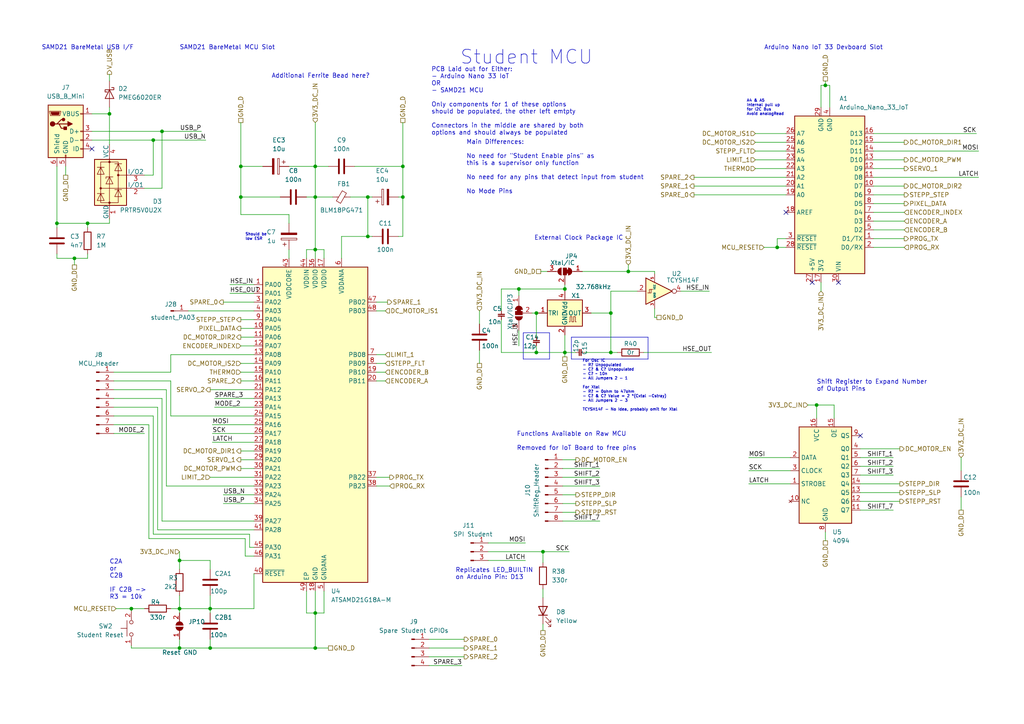
<source format=kicad_sch>
(kicad_sch (version 20230121) (generator eeschema)
  (paper "A4")
  (lib_symbols
    (symbol "000_Capacitor_Electrolytic_Immo:22u" (pin_numbers hide) (pin_names (offset 0.254))
      (property "Reference" "EC" (at 0.635 2.54 0))
      (property "Value" "22u" (at 0.635 -2.54 0))
      (symbol "22u_1_1"
        (pin passive line (at 0 3.81 270) (length 2.794) (name "~") (number "1"))
        (pin passive line (at 0 -3.81 90) (length 2.794) (name "~") (number "2"))
      )
    )
    (symbol "000_Capacitor_Film_Immo:cap_film_0805" (pin_numbers hide) (pin_names (offset 0.254))
      (property "Reference" "C" (at 0.635 2.54 0))
      (property "Value" "cap_film_0805" (at 0.635 -2.54 0))
      (symbol "cap_film_0805_1_1"
        (pin passive line (at 0 3.81 270) (length 2.794) (name "~") (number "1"))
        (pin passive line (at 0 -3.81 90) (length 2.794) (name "~") (number "2"))
      )
    )
    (symbol "000_Capacitor_Film_Immo:cap_film_0805_mini" (pin_numbers hide) (pin_names (offset 0.254))
      (property "Reference" "C" (at 0.635 2.54 0))
      (property "Value" "cap_film_0805_mini" (at 0.635 -2.54 0))
      (symbol "cap_film_0805_mini_1_1"
        (pin passive line (at 0 1.27 270) (length 1) (name "~") (number "1"))
        (pin passive line (at 0 -1.27 90) (length 1) (name "~") (number "2"))
      )
    )
    (symbol "000_Capacitor_Film_Immo:tantalum" (pin_numbers hide) (pin_names (offset 0.254))
      (property "Reference" "EC" (at 0.635 2.54 0))
      (property "Value" "tantalum" (at 0.635 -2.54 0))
      (symbol "tantalum_1_1"
        (pin passive line (at 0 3.81 270) (length 2.794) (name "~") (number "1"))
        (pin passive line (at 0 -3.81 90) (length 2.794) (name "~") (number "2"))
      )
    )
    (symbol "000_Logic_IC_Immo:4094"
      (property "Reference" "U" (at -7.62 13.97 0))
      (property "Value" "4094" (at -7.62 -16.51 0))
      (symbol "4094_1_0"
        (pin input line (at -10.16 -3.81 0) (length 2.54) (name "STROBE") (number "1"))
        (pin no_connect line (at -10.16 -8.89 0) (length 2.54) (name "NC") (number "10"))
        (pin tri_state line (at 10.16 -11.43 180) (length 2.54) (name "Q7") (number "11"))
        (pin tri_state line (at 10.16 -8.89 180) (length 2.54) (name "Q6") (number "12"))
        (pin tri_state line (at 10.16 -6.35 180) (length 2.54) (name "Q5") (number "13"))
        (pin tri_state line (at 10.16 -3.81 180) (length 2.54) (name "Q4") (number "14"))
        (pin input line (at 2.54 15.24 270) (length 2.54) (name "OE") (number "15"))
        (pin power_in line (at -2.54 15.24 270) (length 2.54) (name "VCC") (number "16"))
        (pin input line (at -10.16 3.81 0) (length 2.54) (name "DATA") (number "2"))
        (pin input line (at -10.16 0 0) (length 2.54) (name "CLOCK") (number "3"))
        (pin tri_state line (at 10.16 6.35 180) (length 2.54) (name "Q0") (number "4"))
        (pin tri_state line (at 10.16 3.81 180) (length 2.54) (name "Q1") (number "5"))
        (pin tri_state line (at 10.16 1.27 180) (length 2.54) (name "Q2") (number "6"))
        (pin tri_state line (at 10.16 -1.27 180) (length 2.54) (name "Q3") (number "7"))
        (pin power_in line (at 0 -17.78 90) (length 2.54) (name "GND") (number "8"))
        (pin output line (at 10.16 10.16 180) (length 2.54) (name "QS") (number "9"))
      )
    )
    (symbol "000_Oscillator_Immo:ASEK-xxxMHz" (pin_names (offset 0.254))
      (property "Reference" "X" (at -5.08 6.35 0))
      (property "Value" "ASEK-xxxMHz" (at 1.27 -6.35 0))
      (symbol "ASEK-xxxMHz_1_1"
        (pin tri_state line (at -7.62 0 0) (length 2.54) (name "TRI") (number "1"))
        (pin power_in line (at 0 -6.35 90) (length 2.54) (name "GND") (number "2"))
        (pin output line (at 7.62 0 180) (length 2.54) (name "OUT") (number "3"))
        (pin power_in line (at 0 6.35 270) (length 2.54) (name "Vdd") (number "4"))
      )
    )
    (symbol "000_Pin_Headers_Immo:Conn_01x01_Male" (pin_names (offset 1.016) hide)
      (property "Reference" "J" (at 0 2.54 0))
      (property "Value" "Conn_01x01_Male" (at 0 -2.54 0))
      (symbol "Conn_01x01_Male_1_1"
        (pin passive line (at 5.08 0 180) (length 3.81) (name "Pin_1") (number "1"))
      )
    )
    (symbol "000_Resistors_Immo:Resistor_0805" (pin_numbers hide) (pin_names (offset 0))
      (property "Reference" "R?" (at -2.54 3.81 0))
      (property "Value" "Resistor_0805" (at -5.08 2.54 0))
      (symbol "Resistor_0805_1_1"
        (pin passive line (at -3.81 0 0) (length 1.27) (name "~") (number "1"))
        (pin passive line (at 3.81 0 180) (length 1.27) (name "~") (number "2"))
      )
    )
    (symbol "000_Switches_Immo:pushbutton_tactile_2pin_SMD" (pin_names (offset 1.016) hide)
      (property "Reference" "SW" (at 0.635 5.715 0))
      (property "Value" "pushbutton_tactile_2pin_SMD" (at 0 -3.175 0))
      (symbol "pushbutton_tactile_2pin_SMD_0_1"
        (pin passive line (at -5.08 2.54 0) (length 2.54) (name "1") (number "1"))
        (pin passive line (at 5.08 2.54 180) (length 2.6) (name "2") (number "2"))
      )
    )
    (symbol "74xGxx:SN74LVC1G14DBV"
      (property "Reference" "U" (at -2.54 5.08 0))
      (property "Value" "SN74LVC1G14DBV" (at 10.16 5.08 0))
      (symbol "SN74LVC1G14DBV_1_1"
        (pin no_connect line (at 5.08 0 180) (length 2.54) hide (name "NC") (number "1"))
        (pin input line (at -5.08 0 0) (length 2.54) (name "~") (number "2"))
        (pin power_in line (at 0 -5.08 90) (length 2.54) (name "GND") (number "3"))
        (pin output line (at 7.62 0 180) (length 1.27) (name "~") (number "4"))
        (pin power_in line (at 0 5.08 270) (length 2.54) (name "VCC") (number "5"))
      )
    )
    (symbol "Connector:Conn_01x03_Male" (pin_names (offset 1.016) hide)
      (property "Reference" "J" (at 0 5.08 0))
      (property "Value" "Conn_01x03_Male" (at 2.54 -4.191 0))
      (symbol "Conn_01x03_Male_1_1"
        (pin passive line (at 5.08 2.54 180) (length 3.81) (name "Pin_1") (number "1"))
        (pin passive line (at 5.08 0 180) (length 3.81) (name "Pin_2") (number "2"))
        (pin passive line (at 5.08 -2.54 180) (length 3.81) (name "Pin_3") (number "3"))
      )
    )
    (symbol "Connector:Conn_01x04_Male" (pin_names (offset 1.016) hide)
      (property "Reference" "J" (at 0 5.08 0))
      (property "Value" "Conn_01x04_Male" (at 0 -7.62 0))
      (symbol "Conn_01x04_Male_1_1"
        (pin passive line (at 5.08 2.54 180) (length 3.81) (name "Pin_1") (number "1"))
        (pin passive line (at 5.08 0 180) (length 3.81) (name "Pin_2") (number "2"))
        (pin passive line (at 5.08 -2.54 180) (length 3.81) (name "Pin_3") (number "3"))
        (pin passive line (at 5.08 -5.08 180) (length 3.81) (name "Pin_4") (number "4"))
      )
    )
    (symbol "Connector:Conn_01x08_Male" (pin_names (offset 1.016) hide)
      (property "Reference" "J" (at 0 10.16 0))
      (property "Value" "Conn_01x08_Male" (at 0 -12.7 0))
      (symbol "Conn_01x08_Male_1_1"
        (pin passive line (at 5.08 7.62 180) (length 3.81) (name "Pin_1") (number "1"))
        (pin passive line (at 5.08 5.08 180) (length 3.81) (name "Pin_2") (number "2"))
        (pin passive line (at 5.08 2.54 180) (length 3.81) (name "Pin_3") (number "3"))
        (pin passive line (at 5.08 0 180) (length 3.81) (name "Pin_4") (number "4"))
        (pin passive line (at 5.08 -2.54 180) (length 3.81) (name "Pin_5") (number "5"))
        (pin passive line (at 5.08 -5.08 180) (length 3.81) (name "Pin_6") (number "6"))
        (pin passive line (at 5.08 -7.62 180) (length 3.81) (name "Pin_7") (number "7"))
        (pin passive line (at 5.08 -10.16 180) (length 3.81) (name "Pin_8") (number "8"))
      )
    )
    (symbol "Connector:USB_B_Mini" (pin_names (offset 1.016))
      (property "Reference" "J" (at -5.08 11.43 0))
      (property "Value" "USB_B_Mini" (at -5.08 8.89 0))
      (symbol "USB_B_Mini_1_1"
        (pin power_out line (at 7.62 5.08 180) (length 2.54) (name "VBUS") (number "1"))
        (pin bidirectional line (at 7.62 -2.54 180) (length 2.54) (name "D-") (number "2"))
        (pin bidirectional line (at 7.62 0 180) (length 2.54) (name "D+") (number "3"))
        (pin passive line (at 7.62 -5.08 180) (length 2.54) (name "ID") (number "4"))
        (pin power_out line (at 0 -10.16 90) (length 2.54) (name "GND") (number "5"))
        (pin passive line (at -2.54 -10.16 90) (length 2.54) (name "Shield") (number "6"))
      )
    )
    (symbol "Device:FerriteBead_Small" (pin_numbers hide) (pin_names (offset 0))
      (property "Reference" "FB" (at 1.905 1.27 0))
      (property "Value" "FerriteBead_Small" (at 1.905 -1.27 0))
      (symbol "FerriteBead_Small_1_1"
        (pin passive line (at 0 2.54 270) (length 1.27) (name "~") (number "1"))
        (pin passive line (at 0 -2.54 90) (length 1.27) (name "~") (number "2"))
      )
    )
    (symbol "Device:LED" (pin_numbers hide) (pin_names (offset 1.016) hide)
      (property "Reference" "D" (at 0 2.54 0))
      (property "Value" "LED" (at 0 -2.54 0))
      (symbol "LED_1_1"
        (pin passive line (at -3.81 0 0) (length 2.54) (name "K") (number "1"))
        (pin passive line (at 3.81 0 180) (length 2.54) (name "A") (number "2"))
      )
    )
    (symbol "Diode:PMEG6020ER" (pin_numbers hide) (pin_names hide)
      (property "Reference" "D" (at 0 2.54 0))
      (property "Value" "PMEG6020ER" (at 0 -2.54 0))
      (symbol "PMEG6020ER_1_1"
        (pin passive line (at -3.81 0 0) (length 2.54) (name "K") (number "1"))
        (pin passive line (at 3.81 0 180) (length 2.54) (name "A") (number "2"))
      )
    )
    (symbol "Jumper:SolderJumper_2_Open" (pin_names (offset 0) hide)
      (property "Reference" "JP" (at 0 2.032 0))
      (property "Value" "SolderJumper_2_Open" (at 0 -2.54 0))
      (symbol "SolderJumper_2_Open_1_1"
        (pin passive line (at -3.81 0 0) (length 2.54) (name "A") (number "1"))
        (pin passive line (at 3.81 0 180) (length 2.54) (name "B") (number "2"))
      )
    )
    (symbol "MCU_Microchip_SAMD:ATSAMD21G18A-M"
      (property "Reference" "U" (at -13.97 46.99 0))
      (property "Value" "ATSAMD21G18A-M" (at 16.51 46.99 0))
      (symbol "ATSAMD21G18A-M_1_1"
        (pin bidirectional line (at -17.78 40.64 0) (length 2.54) (name "PA00") (number "1"))
        (pin bidirectional line (at -17.78 27.94 0) (length 2.54) (name "PA05") (number "10"))
        (pin bidirectional line (at -17.78 25.4 0) (length 2.54) (name "PA06") (number "11"))
        (pin bidirectional line (at -17.78 22.86 0) (length 2.54) (name "PA07") (number "12"))
        (pin bidirectional line (at -17.78 20.32 0) (length 2.54) (name "PA08") (number "13"))
        (pin bidirectional line (at -17.78 17.78 0) (length 2.54) (name "PA09") (number "14"))
        (pin bidirectional line (at -17.78 15.24 0) (length 2.54) (name "PA10") (number "15"))
        (pin bidirectional line (at -17.78 12.7 0) (length 2.54) (name "PA11") (number "16"))
        (pin power_in line (at 2.54 48.26 270) (length 2.54) (name "VDDIO") (number "17"))
        (pin power_in line (at 0 -48.26 90) (length 2.54) (name "GND") (number "18"))
        (pin bidirectional line (at 17.78 15.24 180) (length 2.54) (name "PB10") (number "19"))
        (pin bidirectional line (at -17.78 38.1 0) (length 2.54) (name "PA01") (number "2"))
        (pin bidirectional line (at 17.78 12.7 180) (length 2.54) (name "PB11") (number "20"))
        (pin bidirectional line (at -17.78 10.16 0) (length 2.54) (name "PA12") (number "21"))
        (pin bidirectional line (at -17.78 7.62 0) (length 2.54) (name "PA13") (number "22"))
        (pin bidirectional line (at -17.78 5.08 0) (length 2.54) (name "PA14") (number "23"))
        (pin bidirectional line (at -17.78 2.54 0) (length 2.54) (name "PA15") (number "24"))
        (pin bidirectional line (at -17.78 0 0) (length 2.54) (name "PA16") (number "25"))
        (pin bidirectional line (at -17.78 -2.54 0) (length 2.54) (name "PA17") (number "26"))
        (pin bidirectional line (at -17.78 -5.08 0) (length 2.54) (name "PA18") (number "27"))
        (pin bidirectional line (at -17.78 -7.62 0) (length 2.54) (name "PA19") (number "28"))
        (pin bidirectional line (at -17.78 -10.16 0) (length 2.54) (name "PA20") (number "29"))
        (pin bidirectional line (at -17.78 35.56 0) (length 2.54) (name "PA02") (number "3"))
        (pin bidirectional line (at -17.78 -12.7 0) (length 2.54) (name "PA21") (number "30"))
        (pin bidirectional line (at -17.78 -15.24 0) (length 2.54) (name "PA22") (number "31"))
        (pin bidirectional line (at -17.78 -17.78 0) (length 2.54) (name "PA23") (number "32"))
        (pin bidirectional line (at -17.78 -20.32 0) (length 2.54) (name "PA24") (number "33"))
        (pin bidirectional line (at -17.78 -22.86 0) (length 2.54) (name "PA25") (number "34"))
        (pin passive line (at 0 -48.26 90) (length 2.54) hide (name "GND") (number "35"))
        (pin power_in line (at 0 48.26 270) (length 2.54) (name "VDDIO") (number "36"))
        (pin bidirectional line (at 17.78 -15.24 180) (length 2.54) (name "PB22") (number "37"))
        (pin bidirectional line (at 17.78 -17.78 180) (length 2.54) (name "PB23") (number "38"))
        (pin bidirectional line (at -17.78 -27.94 0) (length 2.54) (name "PA27") (number "39"))
        (pin bidirectional line (at -17.78 33.02 0) (length 2.54) (name "PA03") (number "4"))
        (pin input line (at -17.78 -43.18 0) (length 2.54) (name "~{RESET}") (number "40"))
        (pin bidirectional line (at -17.78 -30.48 0) (length 2.54) (name "PA28") (number "41"))
        (pin passive line (at 0 -48.26 90) (length 2.54) hide (name "GND") (number "42"))
        (pin power_out line (at -7.62 48.26 270) (length 2.54) (name "VDDCORE") (number "43"))
        (pin power_in line (at -2.54 48.26 270) (length 2.54) (name "VDDIN") (number "44"))
        (pin bidirectional line (at -17.78 -35.56 0) (length 2.54) (name "PA30") (number "45"))
        (pin bidirectional line (at -17.78 -38.1 0) (length 2.54) (name "PA31") (number "46"))
        (pin bidirectional line (at 17.78 35.56 180) (length 2.54) (name "PB02") (number "47"))
        (pin bidirectional line (at 17.78 33.02 180) (length 2.54) (name "PB03") (number "48"))
        (pin passive line (at -2.54 -48.26 90) (length 2.54) (name "EP") (number "49"))
        (pin power_in line (at 2.54 -48.26 90) (length 2.54) (name "GNDANA") (number "5"))
        (pin power_in line (at 7.62 48.26 270) (length 2.54) (name "VDDANA") (number "6"))
        (pin bidirectional line (at 17.78 20.32 180) (length 2.54) (name "PB08") (number "7"))
        (pin bidirectional line (at 17.78 17.78 180) (length 2.54) (name "PB09") (number "8"))
        (pin bidirectional line (at -17.78 30.48 0) (length 2.54) (name "PA04") (number "9"))
      )
    )
    (symbol "MCU_Module:Arduino_Nano_33_IoT"
      (property "Reference" "A" (at -10.16 23.495 0))
      (property "Value" "Arduino_Nano_33_IoT" (at 5.08 -24.13 0))
      (symbol "Arduino_Nano_33_IoT_0_0"
        (text "~" (at -6.35 -7.62 0) (effects (font (size 1.27 1.27))))
        (text "~" (at -6.35 0 0) (effects (font (size 1.27 1.27))))
        (text "~" (at -6.35 2.54 0) (effects (font (size 1.27 1.27))))
        (text "~" (at -6.35 7.62 0) (effects (font (size 1.27 1.27))))
        (text "~" (at -6.35 10.16 0) (effects (font (size 1.27 1.27))))
        (text "~" (at -5.08 -15.24 0) (effects (font (size 1.27 1.27))))
        (text "~" (at -5.08 -12.7 0) (effects (font (size 1.27 1.27))))
        (text "~" (at -5.08 -10.16 0) (effects (font (size 1.27 1.27))))
        (text "~" (at 6.35 -12.7 0) (effects (font (size 1.27 1.27))))
        (text "~" (at 6.35 -7.62 0) (effects (font (size 1.27 1.27))))
        (text "~" (at 6.35 -5.08 0) (effects (font (size 1.27 1.27))))
      )
      (symbol "Arduino_Nano_33_IoT_1_1"
        (pin bidirectional line (at -12.7 12.7 0) (length 2.54) (name "D1/TX") (number "1"))
        (pin bidirectional line (at -12.7 -2.54 0) (length 2.54) (name "D7") (number "10"))
        (pin bidirectional line (at -12.7 -5.08 0) (length 2.54) (name "D8") (number "11"))
        (pin bidirectional line (at -12.7 -7.62 0) (length 2.54) (name "D9") (number "12"))
        (pin bidirectional line (at -12.7 -10.16 0) (length 2.54) (name "D10") (number "13"))
        (pin bidirectional line (at -12.7 -12.7 0) (length 2.54) (name "D11") (number "14"))
        (pin bidirectional line (at -12.7 -15.24 0) (length 2.54) (name "D12") (number "15"))
        (pin bidirectional line (at -12.7 -17.78 0) (length 2.54) (name "D13") (number "16"))
        (pin power_out line (at 2.54 25.4 270) (length 2.54) (name "3V3") (number "17"))
        (pin input line (at 12.7 5.08 180) (length 2.54) (name "AREF") (number "18"))
        (pin bidirectional line (at 12.7 0 180) (length 2.54) (name "A0") (number "19"))
        (pin bidirectional line (at -12.7 15.24 0) (length 2.54) (name "D0/RX") (number "2"))
        (pin bidirectional line (at 12.7 -2.54 180) (length 2.54) (name "A1") (number "20"))
        (pin bidirectional line (at 12.7 -5.08 180) (length 2.54) (name "A2") (number "21"))
        (pin bidirectional line (at 12.7 -7.62 180) (length 2.54) (name "A3") (number "22"))
        (pin bidirectional line (at 12.7 -10.16 180) (length 2.54) (name "A4") (number "23"))
        (pin bidirectional line (at 12.7 -12.7 180) (length 2.54) (name "A5") (number "24"))
        (pin bidirectional line (at 12.7 -15.24 180) (length 2.54) (name "A6") (number "25"))
        (pin bidirectional line (at 12.7 -17.78 180) (length 2.54) (name "A7") (number "26"))
        (pin power_out line (at 5.08 25.4 270) (length 2.54) (name "+5V") (number "27"))
        (pin input line (at 12.7 15.24 180) (length 2.54) (name "~{RESET}") (number "28"))
        (pin power_in line (at 2.54 -25.4 90) (length 2.54) (name "GND") (number "29"))
        (pin input line (at 12.7 12.7 180) (length 2.54) (name "~{RESET}") (number "3"))
        (pin power_in line (at -2.54 25.4 270) (length 2.54) (name "VIN") (number "30"))
        (pin power_in line (at 0 -25.4 90) (length 2.54) (name "GND") (number "4"))
        (pin bidirectional line (at -12.7 10.16 0) (length 2.54) (name "D2") (number "5"))
        (pin bidirectional line (at -12.7 7.62 0) (length 2.54) (name "D3") (number "6"))
        (pin bidirectional line (at -12.7 5.08 0) (length 2.54) (name "D4") (number "7"))
        (pin bidirectional line (at -12.7 2.54 0) (length 2.54) (name "D5") (number "8"))
        (pin bidirectional line (at -12.7 0 0) (length 2.54) (name "D6") (number "9"))
      )
    )
    (symbol "Power_Protection:PRTR5V0U2X_smaller" (pin_names (offset 0))
      (property "Reference" "D" (at 2.794 8.636 0))
      (property "Value" "PRTR5V0U2X_smaller" (at 13.97 -11.43 0))
      (symbol "PRTR5V0U2X_smaller_1_1"
        (pin passive line (at 0 -10.16 90) (length 4) (name "GND") (number "1"))
        (pin passive line (at 10.16 -1.27 180) (length 5.08) (name "I/O1") (number "2"))
        (pin passive line (at 10.16 2.54 180) (length 5.08) (name "I/O2") (number "3"))
        (pin passive line (at 0 11.43 270) (length 4) (name "VCC") (number "4"))
      )
    )
    (symbol "SolderJumper_3_Bridged12_1" (pin_names (offset 0) hide)
      (property "Reference" "JP" (at -2.54 -2.54 0))
      (property "Value" "SolderJumper_3_Bridged12_1" (at 0 2.794 0))
      (symbol "SolderJumper_3_Bridged12_1_1_1"
        (pin passive line (at -5.08 0 0) (length 2.54) (name "A") (number "1"))
        (pin input line (at 0 -3.81 90) (length 2.54) (name "C") (number "2"))
        (pin passive line (at 5.08 0 180) (length 2.54) (name "B") (number "3"))
      )
    )
    (symbol "SolderJumper_3_Bridged12_2" (pin_names (offset 0) hide)
      (property "Reference" "JP" (at -2.54 -2.54 0))
      (property "Value" "SolderJumper_3_Bridged12_2" (at 0 2.794 0))
      (symbol "SolderJumper_3_Bridged12_2_1_1"
        (pin passive line (at -5.08 0 0) (length 2.54) (name "A") (number "1"))
        (pin input line (at 0 -3.81 90) (length 2.54) (name "C") (number "2"))
        (pin passive line (at 5.08 0 180) (length 2.54) (name "B") (number "3"))
      )
    )
  )
  (junction (at 91.44 57.15))
  (junction (at 16.51 64.77))
  (junction (at 177.165 102.235))
  (junction (at 44.45 40.64))
  (junction (at 155.575 102.235))
  (junction (at 38.1 176.53))
  (junction (at 52.07 187.96))
  (junction (at 69.85 48.26))
  (junction (at 155.575 90.805))
  (junction (at 21.59 74.93))
  (junction (at 239.395 24.765))
  (junction (at 25.4 64.77))
  (junction (at 52.07 162.56))
  (junction (at 236.855 117.475))
  (junction (at 177.165 90.805))
  (junction (at 91.44 187.96))
  (junction (at 46.99 38.1))
  (junction (at 116.84 57.15))
  (junction (at 163.83 102.235))
  (junction (at 157.48 160.02))
  (junction (at 91.44 48.26))
  (junction (at 31.75 33.02))
  (junction (at 60.96 187.96))
  (junction (at 106.68 68.58))
  (junction (at 91.44 177.8))
  (junction (at 69.85 57.15))
  (junction (at 163.83 83.82))
  (junction (at 91.44 72.39))
  (junction (at 182.245 78.74))
  (junction (at 52.07 176.53))
  (junction (at 116.84 48.26))
  (junction (at 106.68 57.15))
  (junction (at 225.425 71.755))
  (junction (at 150.495 83.82))
  (junction (at 60.96 176.53))
  (no_connect (at 249.555 126.365))
  (no_connect (at 227.965 61.595))
  (no_connect (at 26.67 43.18))
  (no_connect (at 235.585 81.915))
  (no_connect (at 243.205 81.915))
  (wire (pts (xy 234.315 117.475) (xy 236.855 117.475)))
  (wire (pts (xy 46.99 115.57) (xy 33.02 115.57)))
  (wire (pts (xy 219.075 41.275) (xy 227.965 41.275)))
  (wire (pts (xy 157.48 170.815) (xy 157.48 173.355)))
  (polyline (pts (xy 187.96 104.14) (xy 187.96 97.79)))
  (wire (pts (xy 93.98 171.45) (xy 93.98 177.8)))
  (wire (pts (xy 189.865 92.075) (xy 190.5 92.075)))
  (wire (pts (xy 177.165 90.805) (xy 177.165 102.235)))
  (wire (pts (xy 157.48 160.02) (xy 157.48 163.195)))
  (wire (pts (xy 72.39 154.94) (xy 44.45 154.94)))
  (wire (pts (xy 283.845 51.435) (xy 253.365 51.435)))
  (wire (pts (xy 141.605 162.56) (xy 152.4 162.56)))
  (wire (pts (xy 88.9 74.93) (xy 88.9 72.39)))
  (wire (pts (xy 73.66 140.97) (xy 48.26 140.97)))
  (wire (pts (xy 83.82 64.77) (xy 83.82 62.23)))
  (wire (pts (xy 49.53 120.65) (xy 49.53 110.49)))
  (wire (pts (xy 60.96 113.03) (xy 73.66 113.03)))
  (wire (pts (xy 249.555 140.335) (xy 260.985 140.335)))
  (wire (pts (xy 238.125 81.915) (xy 238.125 84.455)))
  (wire (pts (xy 111.76 107.95) (xy 109.22 107.95)))
  (wire (pts (xy 163.195 146.05) (xy 167.005 146.05)))
  (wire (pts (xy 109.22 87.63) (xy 112.395 87.63)))
  (wire (pts (xy 64.77 143.51) (xy 73.66 143.51)))
  (wire (pts (xy 145.415 102.235) (xy 155.575 102.235)))
  (wire (pts (xy 116.84 68.58) (xy 115.57 68.58)))
  (wire (pts (xy 168.91 78.74) (xy 182.245 78.74)))
  (wire (pts (xy 61.595 123.19) (xy 73.66 123.19)))
  (wire (pts (xy 141.605 157.48) (xy 152.4 157.48)))
  (wire (pts (xy 64.77 87.63) (xy 73.66 87.63)))
  (wire (pts (xy 155.575 100.33) (xy 155.575 102.235)))
  (wire (pts (xy 239.395 24.765) (xy 238.125 24.765)))
  (wire (pts (xy 54.61 90.17) (xy 73.66 90.17)))
  (wire (pts (xy 145.415 83.82) (xy 150.495 83.82)))
  (polyline (pts (xy 151.765 104.14) (xy 159.385 104.14)))
  (wire (pts (xy 253.365 71.755) (xy 262.255 71.755)))
  (wire (pts (xy 44.45 120.65) (xy 33.02 120.65)))
  (wire (pts (xy 16.51 48.26) (xy 16.51 64.77)))
  (wire (pts (xy 25.4 64.77) (xy 16.51 64.77)))
  (wire (pts (xy 154.305 90.805) (xy 155.575 90.805)))
  (polyline (pts (xy 165.735 104.14) (xy 187.96 104.14)))
  (wire (pts (xy 49.53 110.49) (xy 33.02 110.49)))
  (wire (pts (xy 157.48 160.02) (xy 165.1 160.02)))
  (wire (pts (xy 116.84 35.56) (xy 116.84 48.26)))
  (polyline (pts (xy 165.735 97.79) (xy 187.96 97.79)))
  (wire (pts (xy 69.85 62.23) (xy 69.85 57.15)))
  (wire (pts (xy 93.98 74.93) (xy 93.98 72.39)))
  (wire (pts (xy 33.655 176.53) (xy 38.1 176.53)))
  (wire (pts (xy 93.98 72.39) (xy 91.44 72.39)))
  (wire (pts (xy 239.395 156.845) (xy 239.395 154.305)))
  (wire (pts (xy 253.365 66.675) (xy 262.255 66.675)))
  (wire (pts (xy 225.425 71.755) (xy 225.425 69.215)))
  (wire (pts (xy 249.555 145.415) (xy 260.985 145.415)))
  (wire (pts (xy 253.365 64.135) (xy 262.255 64.135)))
  (wire (pts (xy 69.85 133.35) (xy 73.66 133.35)))
  (wire (pts (xy 219.075 38.735) (xy 227.965 38.735)))
  (wire (pts (xy 69.85 48.26) (xy 76.2 48.26)))
  (wire (pts (xy 109.22 140.97) (xy 113.03 140.97)))
  (wire (pts (xy 69.85 130.81) (xy 73.66 130.81)))
  (wire (pts (xy 62.23 118.11) (xy 73.66 118.11)))
  (wire (pts (xy 111.76 90.17) (xy 109.22 90.17)))
  (wire (pts (xy 253.365 48.895) (xy 262.255 48.895)))
  (wire (pts (xy 73.66 102.87) (xy 49.53 102.87)))
  (wire (pts (xy 155.575 90.805) (xy 156.21 90.805)))
  (wire (pts (xy 145.415 83.82) (xy 145.415 90.17)))
  (wire (pts (xy 150.495 95.885) (xy 150.495 100.33)))
  (wire (pts (xy 19.05 50.8) (xy 19.05 48.26)))
  (wire (pts (xy 239.395 24.765) (xy 239.395 23.495)))
  (wire (pts (xy 163.83 97.155) (xy 163.83 102.235)))
  (wire (pts (xy 262.255 53.975) (xy 253.365 53.975)))
  (wire (pts (xy 253.365 46.355) (xy 262.255 46.355)))
  (wire (pts (xy 155.575 102.235) (xy 163.83 102.235)))
  (wire (pts (xy 253.365 56.515) (xy 262.255 56.515)))
  (wire (pts (xy 60.96 176.53) (xy 60.96 177.8)))
  (wire (pts (xy 163.83 83.82) (xy 163.83 84.455)))
  (wire (pts (xy 169.545 102.235) (xy 177.165 102.235)))
  (polyline (pts (xy 165.735 97.79) (xy 165.735 104.14)))
  (wire (pts (xy 31.75 64.77) (xy 25.4 64.77)))
  (wire (pts (xy 48.26 140.97) (xy 48.26 113.03)))
  (wire (pts (xy 73.66 176.53) (xy 73.66 166.37)))
  (wire (pts (xy 83.82 72.39) (xy 83.82 74.93)))
  (wire (pts (xy 116.84 57.15) (xy 116.84 68.58)))
  (wire (pts (xy 69.85 110.49) (xy 73.66 110.49)))
  (wire (pts (xy 225.425 71.755) (xy 227.965 71.755)))
  (wire (pts (xy 38.1 176.53) (xy 38.1 177.165)))
  (wire (pts (xy 25.4 74.93) (xy 21.59 74.93)))
  (wire (pts (xy 60.96 176.53) (xy 73.66 176.53)))
  (wire (pts (xy 52.07 185.42) (xy 52.07 187.96)))
  (wire (pts (xy 43.18 156.21) (xy 43.18 123.19)))
  (wire (pts (xy 88.9 57.15) (xy 91.44 57.15)))
  (polyline (pts (xy 151.765 96.52) (xy 159.385 96.52)))
  (wire (pts (xy 111.76 102.87) (xy 109.22 102.87)))
  (wire (pts (xy 238.125 31.115) (xy 238.125 24.765)))
  (wire (pts (xy 106.68 57.15) (xy 107.95 57.15)))
  (wire (pts (xy 150.495 83.82) (xy 150.495 85.725)))
  (wire (pts (xy 163.195 138.43) (xy 173.99 138.43)))
  (wire (pts (xy 73.66 161.29) (xy 71.12 161.29)))
  (wire (pts (xy 45.72 118.11) (xy 33.02 118.11)))
  (wire (pts (xy 99.06 68.58) (xy 99.06 74.93)))
  (wire (pts (xy 240.665 24.765) (xy 239.395 24.765)))
  (wire (pts (xy 31.75 63.5) (xy 31.75 64.77)))
  (wire (pts (xy 69.85 48.26) (xy 69.85 35.56)))
  (wire (pts (xy 16.51 74.93) (xy 16.51 73.66)))
  (wire (pts (xy 44.45 40.64) (xy 59.69 40.64)))
  (wire (pts (xy 60.96 185.42) (xy 60.96 187.96)))
  (wire (pts (xy 249.555 132.715) (xy 259.08 132.715)))
  (wire (pts (xy 157.48 180.975) (xy 157.48 182.88)))
  (wire (pts (xy 46.99 38.1) (xy 58.42 38.1)))
  (wire (pts (xy 163.195 151.13) (xy 173.99 151.13)))
  (wire (pts (xy 201.295 56.515) (xy 227.965 56.515)))
  (wire (pts (xy 241.935 117.475) (xy 241.935 121.285)))
  (wire (pts (xy 262.255 41.275) (xy 253.365 41.275)))
  (wire (pts (xy 43.18 123.19) (xy 33.02 123.19)))
  (wire (pts (xy 31.75 33.02) (xy 31.75 41.91)))
  (wire (pts (xy 236.855 117.475) (xy 241.935 117.475)))
  (wire (pts (xy 91.44 72.39) (xy 91.44 74.93)))
  (wire (pts (xy 61.595 128.27) (xy 73.66 128.27)))
  (wire (pts (xy 66.675 82.55) (xy 73.66 82.55)))
  (wire (pts (xy 21.59 74.93) (xy 21.59 76.835)))
  (wire (pts (xy 150.495 83.82) (xy 163.83 83.82)))
  (wire (pts (xy 25.4 73.66) (xy 25.4 74.93)))
  (wire (pts (xy 124.46 187.96) (xy 134.62 187.96)))
  (wire (pts (xy 88.9 72.39) (xy 91.44 72.39)))
  (wire (pts (xy 41.91 54.61) (xy 46.99 54.61)))
  (wire (pts (xy 61.595 125.73) (xy 73.66 125.73)))
  (wire (pts (xy 33.02 107.95) (xy 49.53 107.95)))
  (wire (pts (xy 41.91 50.8) (xy 44.45 50.8)))
  (wire (pts (xy 73.66 158.75) (xy 72.39 158.75)))
  (wire (pts (xy 141.605 160.02) (xy 157.48 160.02)))
  (wire (pts (xy 91.44 177.8) (xy 91.44 187.96)))
  (wire (pts (xy 91.44 171.45) (xy 91.44 177.8)))
  (wire (pts (xy 111.76 110.49) (xy 109.22 110.49)))
  (wire (pts (xy 177.165 102.235) (xy 179.07 102.235)))
  (wire (pts (xy 69.85 107.95) (xy 73.66 107.95)))
  (wire (pts (xy 73.66 146.05) (xy 64.77 146.05)))
  (wire (pts (xy 69.85 97.79) (xy 73.66 97.79)))
  (wire (pts (xy 16.51 64.77) (xy 16.51 66.04)))
  (wire (pts (xy 33.02 125.73) (xy 41.91 125.73)))
  (wire (pts (xy 69.85 105.41) (xy 73.66 105.41)))
  (wire (pts (xy 219.075 48.895) (xy 227.965 48.895)))
  (wire (pts (xy 139.065 90.17) (xy 139.065 93.98)))
  (wire (pts (xy 52.07 176.53) (xy 60.96 176.53)))
  (wire (pts (xy 99.06 68.58) (xy 106.68 68.58)))
  (wire (pts (xy 44.45 50.8) (xy 44.45 40.64)))
  (wire (pts (xy 163.195 135.89) (xy 173.99 135.89)))
  (wire (pts (xy 31.75 21.59) (xy 31.75 23.495)))
  (wire (pts (xy 69.85 57.15) (xy 81.28 57.15)))
  (wire (pts (xy 72.39 154.94) (xy 72.39 158.75)))
  (wire (pts (xy 124.46 193.04) (xy 133.985 193.04)))
  (wire (pts (xy 52.07 162.56) (xy 60.96 162.56)))
  (wire (pts (xy 101.6 57.15) (xy 106.68 57.15)))
  (wire (pts (xy 21.59 74.93) (xy 16.51 74.93)))
  (wire (pts (xy 182.245 78.74) (xy 182.245 76.835)))
  (wire (pts (xy 73.66 151.13) (xy 46.99 151.13)))
  (wire (pts (xy 69.85 92.71) (xy 73.66 92.71)))
  (wire (pts (xy 52.07 187.96) (xy 60.96 187.96)))
  (wire (pts (xy 124.46 190.5) (xy 134.62 190.5)))
  (wire (pts (xy 73.66 153.67) (xy 45.72 153.67)))
  (wire (pts (xy 91.44 187.96) (xy 95.25 187.96)))
  (wire (pts (xy 44.45 154.94) (xy 44.45 120.65)))
  (wire (pts (xy 49.53 102.87) (xy 49.53 107.95)))
  (wire (pts (xy 52.07 176.53) (xy 52.07 177.8)))
  (wire (pts (xy 109.22 138.43) (xy 113.03 138.43)))
  (wire (pts (xy 106.68 68.58) (xy 107.95 68.58)))
  (wire (pts (xy 139.065 105.41) (xy 139.065 101.6)))
  (wire (pts (xy 278.765 147.955) (xy 278.765 144.145)))
  (wire (pts (xy 249.555 135.255) (xy 259.08 135.255)))
  (wire (pts (xy 219.075 43.815) (xy 227.965 43.815)))
  (wire (pts (xy 163.195 148.59) (xy 167.005 148.59)))
  (wire (pts (xy 163.83 102.235) (xy 163.83 103.505)))
  (wire (pts (xy 111.76 105.41) (xy 109.22 105.41)))
  (wire (pts (xy 88.9 177.8) (xy 88.9 171.45)))
  (wire (pts (xy 145.415 92.71) (xy 145.415 102.235)))
  (polyline (pts (xy 151.765 96.52) (xy 151.765 104.14)))
  (wire (pts (xy 253.365 61.595) (xy 262.255 61.595)))
  (wire (pts (xy 48.26 113.03) (xy 33.02 113.03)))
  (wire (pts (xy 66.675 85.09) (xy 73.66 85.09)))
  (wire (pts (xy 91.44 177.8) (xy 93.98 177.8)))
  (wire (pts (xy 91.44 57.15) (xy 91.44 72.39)))
  (wire (pts (xy 249.555 142.875) (xy 260.985 142.875)))
  (wire (pts (xy 95.25 48.26) (xy 91.44 48.26)))
  (wire (pts (xy 249.555 130.175) (xy 260.985 130.175)))
  (wire (pts (xy 60.96 187.96) (xy 91.44 187.96)))
  (wire (pts (xy 201.295 53.975) (xy 227.965 53.975)))
  (wire (pts (xy 69.85 57.15) (xy 69.85 48.26)))
  (wire (pts (xy 158.75 78.74) (xy 156.845 78.74)))
  (wire (pts (xy 217.17 132.715) (xy 229.235 132.715)))
  (wire (pts (xy 278.765 132.715) (xy 278.765 136.525)))
  (wire (pts (xy 217.17 140.335) (xy 229.235 140.335)))
  (wire (pts (xy 249.555 147.955) (xy 259.08 147.955)))
  (wire (pts (xy 52.07 176.53) (xy 49.53 176.53)))
  (wire (pts (xy 163.195 143.51) (xy 167.005 143.51)))
  (wire (pts (xy 52.07 172.72) (xy 52.07 176.53)))
  (wire (pts (xy 106.68 57.15) (xy 106.68 68.58)))
  (wire (pts (xy 38.1 187.96) (xy 52.07 187.96)))
  (wire (pts (xy 46.99 151.13) (xy 46.99 115.57)))
  (wire (pts (xy 124.46 185.42) (xy 134.62 185.42)))
  (wire (pts (xy 71.12 161.29) (xy 71.12 156.21)))
  (wire (pts (xy 236.855 117.475) (xy 236.855 121.285)))
  (wire (pts (xy 163.83 102.235) (xy 167.005 102.235)))
  (wire (pts (xy 167.005 133.35) (xy 163.195 133.35)))
  (wire (pts (xy 91.44 35.56) (xy 91.44 48.26)))
  (wire (pts (xy 186.69 102.235) (xy 206.375 102.235)))
  (wire (pts (xy 69.85 95.25) (xy 73.66 95.25)))
  (wire (pts (xy 116.84 57.15) (xy 115.57 57.15)))
  (wire (pts (xy 60.96 138.43) (xy 73.66 138.43)))
  (wire (pts (xy 91.44 57.15) (xy 96.52 57.15)))
  (wire (pts (xy 52.07 162.56) (xy 52.07 165.1)))
  (wire (pts (xy 177.165 84.455) (xy 184.785 84.455)))
  (wire (pts (xy 62.23 115.57) (xy 73.66 115.57)))
  (wire (pts (xy 253.365 59.055) (xy 262.255 59.055)))
  (wire (pts (xy 116.84 48.26) (xy 116.84 57.15)))
  (wire (pts (xy 163.83 82.55) (xy 163.83 83.82)))
  (wire (pts (xy 83.82 62.23) (xy 69.85 62.23)))
  (wire (pts (xy 38.1 187.325) (xy 38.1 187.96)))
  (wire (pts (xy 45.72 153.67) (xy 45.72 118.11)))
  (wire (pts (xy 71.12 156.21) (xy 43.18 156.21)))
  (wire (pts (xy 221.615 71.755) (xy 225.425 71.755)))
  (wire (pts (xy 171.45 90.805) (xy 177.165 90.805)))
  (wire (pts (xy 116.84 48.26) (xy 102.87 48.26)))
  (wire (pts (xy 219.075 46.355) (xy 227.965 46.355)))
  (wire (pts (xy 253.365 43.815) (xy 283.845 43.815)))
  (wire (pts (xy 163.195 140.97) (xy 173.99 140.97)))
  (wire (pts (xy 26.67 40.64) (xy 44.45 40.64)))
  (wire (pts (xy 38.1 176.53) (xy 41.91 176.53)))
  (wire (pts (xy 189.865 89.535) (xy 189.865 92.075)))
  (wire (pts (xy 26.67 38.1) (xy 46.99 38.1)))
  (wire (pts (xy 253.365 69.215) (xy 262.255 69.215)))
  (wire (pts (xy 83.82 48.26) (xy 91.44 48.26)))
  (wire (pts (xy 197.485 84.455) (xy 205.74 84.455)))
  (wire (pts (xy 52.07 160.02) (xy 52.07 162.56)))
  (wire (pts (xy 91.44 48.26) (xy 91.44 57.15)))
  (wire (pts (xy 240.665 31.115) (xy 240.665 24.765)))
  (wire (pts (xy 155.575 90.805) (xy 155.575 97.79)))
  (wire (pts (xy 189.865 79.375) (xy 189.865 78.74)))
  (wire (pts (xy 46.99 54.61) (xy 46.99 38.1)))
  (wire (pts (xy 217.17 136.525) (xy 229.235 136.525)))
  (wire (pts (xy 253.365 38.735) (xy 283.21 38.735)))
  (polyline (pts (xy 159.385 104.14) (xy 159.385 96.52)))
  (wire (pts (xy 201.295 51.435) (xy 227.965 51.435)))
  (wire (pts (xy 31.75 31.115) (xy 31.75 33.02)))
  (wire (pts (xy 60.96 165.1) (xy 60.96 162.56)))
  (wire (pts (xy 69.85 135.89) (xy 73.66 135.89)))
  (wire (pts (xy 249.555 137.795) (xy 259.08 137.795)))
  (wire (pts (xy 25.4 64.77) (xy 25.4 66.04)))
  (wire (pts (xy 69.85 100.33) (xy 73.66 100.33)))
  (wire (pts (xy 73.66 120.65) (xy 49.53 120.65)))
  (wire (pts (xy 225.425 69.215) (xy 227.965 69.215)))
  (wire (pts (xy 189.865 78.74) (xy 182.245 78.74)))
  (wire (pts (xy 177.165 84.455) (xy 177.165 90.805)))
  (wire (pts (xy 26.67 33.02) (xy 31.75 33.02)))
  (wire (pts (xy 60.96 172.72) (xy 60.96 176.53)))
  (wire (pts (xy 91.44 177.8) (xy 88.9 177.8)))
  (text "SAMD21 BareMetal MCU Slot" (at 52.07 14.605 0) (effects (font (size 1.27 1.27)) (justify left bottom)))
  (text "Shift Register to Expand Number\nof Output Pins" (at 236.855 113.665 0) (effects (font (size 1.27 1.27)) (justify left bottom)))
  (text "Functions Available on Raw MCU\n\nRemoved for IoT Board to free pins" (at 149.86 130.81 0) (effects (font (size 1.27 1.27)) (justify left bottom)))
  (text "A4 & A5\nInternal pull up\nfor I2C Bus\nAvoid analogRead" (at 216.535 33.655 0) (effects (font (size 0.8 0.8)) (justify left bottom)))
  (text "PCB Laid out for Either:\n- Arduino Nano 33 IoT\nOR\n- SAMD21 MCU\n\nOnly components for 1 of these options\nshould be populated, the other left emtpty\n\nConnectors in the middle are shared by both \noptions and should always be populated" (at 125.095 39.37 0) (effects (font (size 1.27 1.27)) (justify left bottom)))
  (text "Should be\nlow ESR" (at 71.12 69.85 0) (effects (font (size 0.8 0.8)) (justify left bottom)))
  (text "For Osc IC\n- R? Unpopulated\n- C? & C? Unpopulated\n- C? ~ 10n\n- All Jumpers 2 - 1\n\nFor Xtal\n- R? = 0ohm to 47ohm \n- C? & C? Value = 2 *(Cxtal -Cstray)\n- All Jumpers 2 - 3\n\nTCYSH14F - No Idea, probably omit for Xtal" (at 168.91 119.38 0) (effects (font (size 0.8 0.8)) (justify left bottom)))
  (text "Main Differences:\n\nNo need for \"Student Enable pins\" as \nthis is a supervisor only function\n\nNo need for any pins that detect input from student\n\nNo Mode Pins\n\n" (at 135.255 58.42 0) (effects (font (size 1.27 1.27)) (justify left bottom)))
  (text "Additional Ferrite Bead here?" (at 78.74 22.86 0) (effects (font (size 1.27 1.27)) (justify left bottom)))
  (text "C2A\nor\nC2B\n\nIF C2B -> \nR3 = 10k" (at 31.75 173.99 0) (effects (font (size 1.27 1.27)) (justify left bottom)))
  (text "External Clock Package IC" (at 154.94 69.85 0) (effects (font (size 1.27 1.27)) (justify left bottom)))
  (text "Student MCU" (at 133.35 19.05 0) (effects (font (size 4 4)) (justify left bottom)))
  (text "Arduino Nano IoT 33 Devboard Slot" (at 221.615 14.605 0) (effects (font (size 1.27 1.27)) (justify left bottom)))
  (text "SAMD21 BareMetal USB I/F" (at 12.065 14.605 0) (effects (font (size 1.27 1.27)) (justify left bottom)))
  (text "Replicates LED_BUILTIN\non Arduino Pin: D13" (at 132.08 168.275 0) (effects (font (size 1.27 1.27)) (justify left bottom)))
  (label "LATCH" (at 61.595 128.27 0))
  (label "HSE_IN" (at 150.495 100.33 90))
  (label "SCK" (at 61.595 125.73 0))
  (label "LATCH" (at 283.845 51.435 180))
  (label "SPARE_3" (at 133.985 193.04 180))
  (label "HSE_OUT" (at 206.375 102.235 180))
  (label "SCK" (at 165.1 160.02 180))
  (label "SHIFT_1" (at 259.08 132.715 180))
  (label "SPARE_3" (at 62.23 115.57 0))
  (label "MOSI" (at 61.595 123.19 0))
  (label "MOSI" (at 152.4 157.48 180))
  (label "USB_P" (at 64.77 146.05 0))
  (label "MOSI" (at 217.17 132.715 0))
  (label "MODE_2" (at 41.91 125.73 180))
  (label "SHIFT_3" (at 259.08 137.795 180))
  (label "HSE_OUT" (at 66.675 85.09 0))
  (label "SHIFT_7" (at 173.99 151.13 180))
  (label "USB_N" (at 59.69 40.64 180))
  (label "LATCH" (at 217.17 140.335 0))
  (label "HSE_IN" (at 205.74 84.455 180))
  (label "SHIFT_2" (at 259.08 135.255 180))
  (label "MODE_2" (at 62.23 118.11 0))
  (label "SHIFT_1" (at 173.99 135.89 180))
  (label "SHIFT_2" (at 173.99 138.43 180))
  (label "USB_P" (at 58.42 38.1 180))
  (label "MOSI" (at 283.845 43.815 180))
  (label "SHIFT_7" (at 259.08 147.955 180))
  (label "SHIFT_3" (at 173.99 140.97 180))
  (label "SCK" (at 283.21 38.735 180))
  (label "USB_N" (at 64.77 143.51 0))
  (label "SCK" (at 217.17 136.525 0))
  (label "HSE_IN" (at 66.675 82.55 0))
  (label "LATCH" (at 152.4 162.56 180))
  (hierarchical_label "SPARE_0" (shape output) (at 134.62 185.42 0))
  (hierarchical_label "GND_D" (shape passive) (at 239.395 23.495 90))
  (hierarchical_label "SPARE_0" (shape output) (at 201.295 56.515 180))
  (hierarchical_label "GND_D" (shape passive) (at 278.765 147.955 270))
  (hierarchical_label "ENCODER_B" (shape input) (at 111.76 107.95 0))
  (hierarchical_label "PROG_TX" (shape output) (at 113.03 138.43 0))
  (hierarchical_label "DC_MOTOR_IS1" (shape input) (at 219.075 38.735 180))
  (hierarchical_label "3V3_DC_IN" (shape input) (at 52.07 160.02 180))
  (hierarchical_label "PIXEL_DATA" (shape output) (at 262.255 59.055 0))
  (hierarchical_label "SPARE_1" (shape output) (at 134.62 187.96 0))
  (hierarchical_label "SPARE_0" (shape output) (at 64.77 87.63 180))
  (hierarchical_label "GND_D" (shape passive) (at 139.065 105.41 270))
  (hierarchical_label "3V3_DC_IN" (shape input) (at 182.245 76.835 90))
  (hierarchical_label "STEPP_STEP" (shape output) (at 69.85 92.71 180))
  (hierarchical_label "ENCODER_INDEX" (shape input) (at 69.85 100.33 180))
  (hierarchical_label "GND_D" (shape passive) (at 239.395 156.845 270))
  (hierarchical_label "GND_D" (shape passive) (at 21.59 76.835 270))
  (hierarchical_label "STEPP_SLP" (shape output) (at 167.005 146.05 0))
  (hierarchical_label "3V3_DC_IN" (shape input) (at 139.065 90.17 90))
  (hierarchical_label "PROG_RX" (shape input) (at 262.255 71.755 0))
  (hierarchical_label "3V3_DC_IN" (shape input) (at 234.315 117.475 180))
  (hierarchical_label "STEPP_FLT" (shape input) (at 111.76 105.41 0))
  (hierarchical_label "PROG_RX" (shape input) (at 113.03 140.97 0))
  (hierarchical_label "GND_D" (shape passive) (at 156.845 78.74 180))
  (hierarchical_label "3V3_DC_IN" (shape input) (at 238.125 84.455 270))
  (hierarchical_label "ENCODER_B" (shape input) (at 262.255 66.675 0))
  (hierarchical_label "DC_MOTOR_DIR1" (shape output) (at 262.255 41.275 0))
  (hierarchical_label "MCU_RESET" (shape input) (at 33.655 176.53 180))
  (hierarchical_label "STEPP_SLP" (shape output) (at 260.985 142.875 0))
  (hierarchical_label "SPARE_1" (shape output) (at 201.295 53.975 180))
  (hierarchical_label "DC_MOTOR_DIR1" (shape output) (at 69.85 130.81 180))
  (hierarchical_label "3V3_DC_IN" (shape input) (at 278.765 132.715 90))
  (hierarchical_label "GND_D" (shape passive) (at 95.25 187.96 0))
  (hierarchical_label "LIMIT_1" (shape input) (at 219.075 46.355 180))
  (hierarchical_label "DC_MOTOR_EN" (shape output) (at 167.005 133.35 0))
  (hierarchical_label "PIXEL_DATA" (shape output) (at 69.85 95.25 180))
  (hierarchical_label "STEPP_DIR" (shape output) (at 260.985 140.335 0))
  (hierarchical_label "STEPP_RST" (shape output) (at 260.985 145.415 0))
  (hierarchical_label "SPARE_2" (shape output) (at 69.85 110.49 180))
  (hierarchical_label "DC_MOTOR_PWM" (shape output) (at 69.85 135.89 180))
  (hierarchical_label "DC_MOTOR_DIR2" (shape output) (at 69.85 97.79 180))
  (hierarchical_label "ENCODER_A" (shape input) (at 262.255 64.135 0))
  (hierarchical_label "THERMO" (shape input) (at 69.85 107.95 180))
  (hierarchical_label "SPARE_1" (shape output) (at 112.395 87.63 0))
  (hierarchical_label "MCU_RESET" (shape input) (at 221.615 71.755 180))
  (hierarchical_label "STEPP_RST" (shape output) (at 167.005 148.59 0))
  (hierarchical_label "STEPP_FLT" (shape input) (at 219.075 43.815 180))
  (hierarchical_label "LIMIT_1" (shape input) (at 111.76 102.87 0))
  (hierarchical_label "DC_MOTOR_DIR2" (shape output) (at 262.255 53.975 0))
  (hierarchical_label "SERVO_1" (shape output) (at 262.255 48.895 0))
  (hierarchical_label "3V3_DC_IN" (shape input) (at 91.44 35.56 90))
  (hierarchical_label "STEPP_STEP" (shape output) (at 262.255 56.515 0))
  (hierarchical_label "GND_D" (shape passive) (at 163.83 103.505 270))
  (hierarchical_label "ENCODER_A" (shape input) (at 111.76 110.49 0))
  (hierarchical_label "DC_MOTOR_IS1" (shape input) (at 111.76 90.17 0))
  (hierarchical_label "GND_D" (shape passive) (at 69.85 35.56 90))
  (hierarchical_label "GND_D" (shape passive) (at 116.84 35.56 90))
  (hierarchical_label "SERVO_1" (shape output) (at 69.85 133.35 180))
  (hierarchical_label "DC_MOTOR_PWM" (shape output) (at 262.255 46.355 0))
  (hierarchical_label "GND_D" (shape passive) (at 157.48 182.88 270))
  (hierarchical_label "DC_MOTOR_IS2" (shape input) (at 219.075 41.275 180))
  (hierarchical_label "STEPP_DIR" (shape output) (at 167.005 143.51 0))
  (hierarchical_label "THERMO" (shape input) (at 219.075 48.895 180))
  (hierarchical_label "SPARE_2" (shape output) (at 201.295 51.435 180))
  (hierarchical_label "ENCODER_INDEX" (shape input) (at 262.255 61.595 0))
  (hierarchical_label "PROG_TX" (shape output) (at 262.255 69.215 0))
  (hierarchical_label "V_USB" (shape output) (at 31.75 21.59 90))
  (hierarchical_label "GND_D" (shape passive) (at 19.05 50.8 270))
  (hierarchical_label "DC_MOTOR_EN" (shape output) (at 260.985 130.175 0))
  (hierarchical_label "DC_MOTOR_IS2" (shape input) (at 69.85 105.41 180))
  (hierarchical_label "SPARE_2" (shape output) (at 134.62 190.5 0))
  (hierarchical_label "SERVO_2" (shape output) (at 60.96 113.03 180))
  (hierarchical_label "GND_D" (shape passive) (at 190.5 92.075 0))
  (hierarchical_label "LIMIT_2" (shape input) (at 60.96 138.43 180))
  (symbol (lib_id "000_Capacitor_Film_Immo:cap_film_0805") (at 85.09 57.15 270) (mirror x) (unit 1)
    (property "Reference" "C8" (at 85.09 49.53 90))
    (property "Value" "100n" (at 85.09 52.07 90))
    (property "Footprint" "Capacitor_SMD:C_0805_2012Metric_Pad1.18x1.45mm_HandSolder" (effects hide))
  )
  (symbol (lib_id "Connector:Conn_01x04_Male") (at 119.38 187.96 0) (unit 1)
    (property "Reference" "J9" (at 120.015 180.34 0))
    (property "Value" "Spare Student GPIOs" (at 120.015 182.88 0))
    (property "Footprint" "Connector_PinHeader_2.54mm:PinHeader_1x04_P2.54mm_Vertical" (effects hide))
  )
  (symbol (lib_id "Device:FerriteBead_Small") (at 99.06 57.15 90) (unit 1)
    (property "Reference" "FB1" (at 99.695 53.34 90))
    (property "Value" "BLM18PG471" (at 99.06 60.96 90))
    (property "Footprint" "Inductor_SMD:L_0805_2012Metric_Pad1.05x1.20mm_HandSolder" (effects hide))
  )
  (symbol (lib_name "SolderJumper_3_Bridged12_2") (lib_id "Jumper:SolderJumper_3_Bridged12") (at 150.495 90.805 90) (mirror x) (unit 1)
    (property "Reference" "JP3" (at 147.955 86.995 0))
    (property "Value" "Xtal/IC" (at 147.955 92.075 0))
    (property "Footprint" "000_Connectors_Immo:SolderJumper-3_P1.3mm_Bridged12_RoundedPad1.0x1.5mm_NumberLabels" (effects hide))
  )
  (symbol (lib_id "000_Capacitor_Film_Immo:cap_film_0805_mini") (at 155.575 99.06 0) (unit 1)
    (property "Reference" "C14" (at 152.4 97.79 0) (effects (justify left)))
    (property "Value" "12p" (at 151.765 100.33 0) (effects (justify left)))
    (property "Footprint" "Capacitor_SMD:C_0805_2012Metric_Pad1.18x1.45mm_HandSolder" (effects hide))
  )
  (symbol (lib_id "Power_Protection:PRTR5V0U2X_smaller") (at 31.75 53.34 0) (unit 1)
    (property "Reference" "D3" (at 46.99 58.42 0) (effects (justify right)))
    (property "Value" "PRTR5V0U2X" (at 46.99 60.96 0) (effects (justify right)))
    (property "Footprint" "Package_TO_SOT_SMD:SOT-143" (effects hide))
    (property "Datasheet" "https://assets.nexperia.com/documents/data-sheet/PRTR5V0U2X.pdf" (effects hide))
  )
  (symbol (lib_id "Jumper:SolderJumper_2_Open") (at 52.07 181.61 90) (unit 1)
    (property "Reference" "JP10" (at 54.61 180.3399 90) (effects (justify right)))
    (property "Value" "Reset GND" (at 46.99 189.23 90) (effects (justify right)))
    (property "Footprint" "000_Connectors_Immo:SolderJumper-2_P1.3mm_Open_Pad1.0x1.5mm" (effects hide))
  )
  (symbol (lib_id "000_Capacitor_Film_Immo:cap_film_0805") (at 139.065 97.79 0) (unit 1)
    (property "Reference" "C4" (at 139.7 95.885 0) (effects (justify left)))
    (property "Value" "100n" (at 139.7 100.33 0) (effects (justify left)))
    (property "Footprint" "Capacitor_SMD:C_0805_2012Metric_Pad1.18x1.45mm_HandSolder" (effects hide))
  )
  (symbol (lib_id "74xGxx:SN74LVC1G14DBV") (at 189.865 84.455 0) (unit 1)
    (property "Reference" "U2" (at 196.215 79.375 0))
    (property "Value" "TCYSH14F" (at 198.12 81.28 0))
    (property "Footprint" "Package_TO_SOT_SMD:SOT-23-5_HandSoldering" (effects hide))
    (property "Datasheet" "http://www.ti.com/lit/ds/symlink/sn74lvc1g14.pdf" (effects hide))
  )
  (symbol (lib_id "000_Logic_IC_Immo:4094") (at 239.395 136.525 0) (unit 1)
    (property "Reference" "U5" (at 241.4144 154.305 0) (effects (justify left)))
    (property "Value" "4094" (at 241.4144 156.845 0) (effects (justify left)))
    (property "Footprint" "Package_SO:SOIC-16_3.9x9.9mm_P1.27mm" (effects hide))
    (property "Datasheet" "https://www.ti.com/lit/ds/symlink/cd74hc4094.pdf" (effects hide))
  )
  (symbol (lib_id "Connector:USB_B_Mini") (at 19.05 38.1 0) (unit 1)
    (property "Reference" "J7" (at 19.05 25.4 0))
    (property "Value" "USB_B_Mini" (at 19.05 27.94 0))
    (property "Footprint" "Connector_USB:USB_Mini-B_Lumberg_2486_01_Horizontal" (effects hide))
  )
  (symbol (lib_id "MCU_Module:Arduino_Nano_33_IoT") (at 240.665 56.515 180) (unit 1)
    (property "Reference" "A1" (at 243.4337 28.575 0) (effects (justify right)))
    (property "Value" "Arduino_Nano_33_IoT" (at 243.4337 31.115 0) (effects (justify right)))
    (property "Footprint" "Module:Arduino_Nano" (effects hide))
    (property "Datasheet" "https://www.arduino.cc/en/uploads/Main/ArduinoNanoManual23.pdf" (effects hide))
  )
  (symbol (lib_id "Connector:Conn_01x08_Male") (at 27.94 115.57 0) (unit 1)
    (property "Reference" "J8" (at 28.575 102.87 0))
    (property "Value" "MCU_Header" (at 28.575 105.41 0))
    (property "Footprint" "Connector_PinHeader_2.54mm:PinHeader_1x08_P2.54mm_Vertical" (effects hide))
  )
  (symbol (lib_id "000_Capacitor_Film_Immo:cap_film_0805") (at 99.06 48.26 270) (mirror x) (unit 1)
    (property "Reference" "C9" (at 99.06 40.64 90))
    (property "Value" "100n" (at 99.06 43.18 90))
    (property "Footprint" "Capacitor_SMD:C_0805_2012Metric_Pad1.18x1.45mm_HandSolder" (effects hide))
  )
  (symbol (lib_id "000_Resistors_Immo:Resistor_0805") (at 52.07 168.91 90) (unit 1)
    (property "Reference" "R3" (at 48.895 167.64 90) (effects (justify right)))
    (property "Value" "2k2" (at 47.625 170.18 90) (effects (justify right)))
    (property "Footprint" "Resistor_SMD:R_0805_2012Metric_Pad1.20x1.40mm_HandSolder" (effects hide))
  )
  (symbol (lib_id "Connector:Conn_01x08_Male") (at 158.115 140.97 0) (unit 1)
    (property "Reference" "J10" (at 153.035 142.24 90))
    (property "Value" "ShiftReg_Header" (at 155.575 142.24 90))
    (property "Footprint" "Connector_PinHeader_2.54mm:PinHeader_1x08_P2.54mm_Vertical" (effects hide))
  )
  (symbol (lib_name "SolderJumper_3_Bridged12_1") (lib_id "Jumper:SolderJumper_3_Bridged12") (at 163.83 78.74 0) (mirror y) (unit 1)
    (property "Reference" "JP4" (at 165.735 74.295 0))
    (property "Value" "Xtal/IC" (at 163.195 76.2 0))
    (property "Footprint" "000_Connectors_Immo:SolderJumper-3_P1.3mm_Bridged12_RoundedPad1.0x1.5mm_NumberLabels" (effects hide))
  )
  (symbol (lib_id "000_Capacitor_Electrolytic_Immo:22u") (at 80.01 48.26 270) (unit 1)
    (property "Reference" "EC3" (at 80.899 40.64 90))
    (property "Value" "10u" (at 80.899 43.18 90))
    (property "Footprint" "Capacitor_SMD:CP_Elec_4x5.4" (effects hide))
  )
  (symbol (lib_id "000_Capacitor_Film_Immo:cap_film_0805") (at 60.96 181.61 0) (unit 1)
    (property "Reference" "C2B1" (at 62.23 179.07 0) (effects (justify left)))
    (property "Value" "100n" (at 60.96 184.15 0) (effects (justify left)))
    (property "Footprint" "Capacitor_SMD:C_0805_2012Metric_Pad1.18x1.45mm_HandSolder" (effects hide))
  )
  (symbol (lib_id "Diode:PMEG6020ER") (at 31.75 27.305 270) (unit 1)
    (property "Reference" "D2" (at 34.29 25.7174 90) (effects (justify left)))
    (property "Value" "PMEG6020ER" (at 34.29 28.2574 90) (effects (justify left)))
    (property "Footprint" "Diode_SMD:Nexperia_CFP3_SOD-123W" (effects hide))
    (property "Datasheet" "https://assets.nexperia.com/documents/data-sheet/PMEG6020ER.pdf" (effects hide))
  )
  (symbol (lib_id "000_Capacitor_Film_Immo:cap_film_0805_mini") (at 168.275 102.235 270) (unit 1)
    (property "Reference" "C15" (at 169.545 99.06 0) (effects (justify left)))
    (property "Value" "12p" (at 167.005 98.425 0) (effects (justify left)))
    (property "Footprint" "Capacitor_SMD:C_0805_2012Metric_Pad1.18x1.45mm_HandSolder" (effects hide))
  )
  (symbol (lib_id "000_Capacitor_Electrolytic_Immo:22u") (at 111.76 57.15 90) (unit 1)
    (property "Reference" "EC4" (at 110.871 49.53 90))
    (property "Value" "10u" (at 110.871 52.07 90))
    (property "Footprint" "Capacitor_SMD:CP_Elec_4x5.4" (effects hide))
  )
  (symbol (lib_id "000_Resistors_Immo:Resistor_0805") (at 182.88 102.235 0) (unit 1)
    (property "Reference" "R40" (at 182.88 99.695 0))
    (property "Value" "0r" (at 182.88 102.235 0))
    (property "Footprint" "Resistor_SMD:R_0805_2012Metric_Pad1.20x1.40mm_HandSolder" (effects hide))
  )
  (symbol (lib_id "000_Capacitor_Film_Immo:cap_film_0805") (at 111.76 68.58 270) (mirror x) (unit 1)
    (property "Reference" "C11" (at 111.76 64.77 90))
    (property "Value" "100n" (at 111.76 72.39 90))
    (property "Footprint" "Capacitor_SMD:C_0805_2012Metric_Pad1.18x1.45mm_HandSolder" (effects hide))
  )
  (symbol (lib_id "MCU_Microchip_SAMD:ATSAMD21G18A-M") (at 91.44 123.19 0) (unit 1)
    (property "Reference" "U4" (at 95.9994 171.45 0) (effects (justify left)))
    (property "Value" "ATSAMD21G18A-M" (at 95.9994 173.99 0) (effects (justify left)))
    (property "Footprint" "Package_DFN_QFN:QFN-48-1EP_7x7mm_P0.5mm_EP5.15x5.15mm" (effects hide))
    (property "Datasheet" "http://ww1.microchip.com/downloads/en/DeviceDoc/SAM_D21_DA1_Family_Data%20Sheet_DS40001882E.pdf" (effects hide))
  )
  (symbol (lib_id "000_Capacitor_Film_Immo:cap_film_0805") (at 16.51 69.85 0) (unit 1)
    (property "Reference" "C3" (at 20.32 68.5799 0) (effects (justify left)))
    (property "Value" "4n7" (at 20.32 71.1199 0) (effects (justify left)))
    (property "Footprint" "Capacitor_SMD:C_0805_2012Metric_Pad1.18x1.45mm_HandSolder" (effects hide))
  )
  (symbol (lib_id "Device:LED") (at 157.48 177.165 90) (unit 1)
    (property "Reference" "D8" (at 161.29 177.4824 90) (effects (justify right)))
    (property "Value" "Yellow" (at 161.29 180.0224 90) (effects (justify right)))
    (property "Footprint" "Diode_SMD:D_0805_2012Metric_Pad1.15x1.40mm_HandSolder" (effects hide))
  )
  (symbol (lib_id "000_Pin_Headers_Immo:Conn_01x01_Male") (at 49.53 90.17 0) (unit 1)
    (property "Reference" "J28" (at 49.53 88.265 0))
    (property "Value" "student_PA03" (at 50.165 92.075 0))
    (property "Footprint" "Connector_PinHeader_1.27mm:PinHeader_1x01_P1.27mm_Vertical" (effects hide))
  )
  (symbol (lib_id "000_Switches_Immo:pushbutton_tactile_2pin_SMD") (at 40.64 182.245 90) (unit 1)
    (property "Reference" "SW2" (at 28.575 181.61 90) (effects (justify right)))
    (property "Value" "Student Reset" (at 22.225 184.15 90) (effects (justify right)))
    (property "Footprint" "Button_Switch_SMD:SW_Push_1P1T_NO_CK_KSC6xxJ" (effects hide))
  )
  (symbol (lib_id "000_Resistors_Immo:Resistor_0805") (at 157.48 167.005 90) (unit 1)
    (property "Reference" "R38" (at 160.02 165.7349 90) (effects (justify right)))
    (property "Value" "330r" (at 160.02 168.2749 90) (effects (justify right)))
    (property "Footprint" "Resistor_SMD:R_0805_2012Metric_Pad1.20x1.40mm_HandSolder" (effects hide))
  )
  (symbol (lib_id "Connector:Conn_01x03_Male") (at 136.525 160.02 0) (unit 1)
    (property "Reference" "J11" (at 135.89 152.4 0))
    (property "Value" "SPI Student" (at 137.16 154.94 0))
    (property "Footprint" "Connector_PinHeader_2.54mm:PinHeader_1x03_P2.54mm_Vertical" (effects hide))
  )
  (symbol (lib_id "000_Capacitor_Film_Immo:cap_film_0805") (at 278.765 140.335 0) (unit 1)
    (property "Reference" "C12" (at 279.4 138.43 0) (effects (justify left)))
    (property "Value" "100n" (at 279.4 142.875 0) (effects (justify left)))
    (property "Footprint" "Capacitor_SMD:C_0805_2012Metric_Pad1.18x1.45mm_HandSolder" (effects hide))
  )
  (symbol (lib_id "000_Oscillator_Immo:ASEK-xxxMHz") (at 163.83 90.805 0) (unit 1)
    (property "Reference" "X1" (at 167.005 85.725 0))
    (property "Value" "32.768kHz" (at 172.085 83.185 0))
    (property "Footprint" "Oscillator:Oscillator_SMD_Abracon_ASE-4Pin_3.2x2.5mm" (effects hide))
    (property "Datasheet" "http://www.abracon.com/Oscillators/ASV.pdf" (effects hide))
  )
  (symbol (lib_id "000_Resistors_Immo:Resistor_0805") (at 25.4 69.85 90) (unit 1)
    (property "Reference" "R7" (at 27.94 68.5799 90) (effects (justify right)))
    (property "Value" "1M" (at 27.94 71.1199 90) (effects (justify right)))
    (property "Footprint" "Resistor_SMD:R_0805_2012Metric_Pad1.20x1.40mm_HandSolder" (effects hide))
  )
  (symbol (lib_id "000_Resistors_Immo:Resistor_0805") (at 45.72 176.53 180) (unit 1)
    (property "Reference" "R4" (at 45.085 174.625 0))
    (property "Value" "330r" (at 45.72 179.07 0))
    (property "Footprint" "Resistor_SMD:R_0805_2012Metric_Pad1.20x1.40mm_HandSolder" (effects hide))
  )
  (symbol (lib_id "000_Capacitor_Film_Immo:cap_film_0805") (at 60.96 168.91 0) (unit 1)
    (property "Reference" "C2A1" (at 62.23 166.37 0) (effects (justify left)))
    (property "Value" "100p" (at 60.96 171.45 0) (effects (justify left)))
    (property "Footprint" "Capacitor_SMD:C_0805_2012Metric_Pad1.18x1.45mm_HandSolder" (effects hide))
  )
  (symbol (lib_id "000_Capacitor_Film_Immo:cap_film_0805_mini") (at 145.415 91.44 0) (unit 1)
    (property "Reference" "C5" (at 142.875 89.535 0) (effects (justify left)))
    (property "Value" "10n" (at 141.605 93.345 0) (effects (justify left)))
    (property "Footprint" "Capacitor_SMD:C_0805_2012Metric_Pad1.18x1.45mm_HandSolder" (effects hide))
  )
  (symbol (lib_id "000_Capacitor_Film_Immo:tantalum") (at 83.82 68.58 0) (mirror x) (unit 1)
    (property "Reference" "C7" (at 80.01 67.3099 0) (effects (justify right)))
    (property "Value" "1u" (at 80.01 69.8499 0) (effects (justify right)))
    (property "Footprint" "Capacitor_Tantalum_SMD:CP_EIA-2012-12_Kemet-R_Pad1.30x1.05mm_HandSolder" (effects hide))
  )
)
</source>
